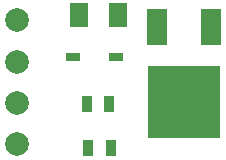
<source format=gts>
G04 (created by PCBNEW (2013-07-07 BZR 4022)-stable) date 3/6/2015 3:42:32 AM*
%MOIN*%
G04 Gerber Fmt 3.4, Leading zero omitted, Abs format*
%FSLAX34Y34*%
G01*
G70*
G90*
G04 APERTURE LIST*
%ADD10C,0.00590551*%
%ADD11R,0.0472X0.0276*%
%ADD12R,0.06X0.08*%
%ADD13R,0.035X0.055*%
%ADD14R,0.065X0.12*%
%ADD15R,0.24X0.24*%
%ADD16C,0.0787402*%
G04 APERTURE END LIST*
G54D10*
G54D11*
X10594Y-8149D03*
X9138Y-8149D03*
G54D12*
X9351Y-6769D03*
X10651Y-6769D03*
G54D13*
X9656Y-11194D03*
X10406Y-11194D03*
X9596Y-9739D03*
X10346Y-9739D03*
G54D14*
X13751Y-7159D03*
G54D15*
X12851Y-9659D03*
G54D14*
X11951Y-7159D03*
G54D16*
X7286Y-6936D03*
X7286Y-8314D03*
X7286Y-9691D03*
X7286Y-11069D03*
M02*

</source>
